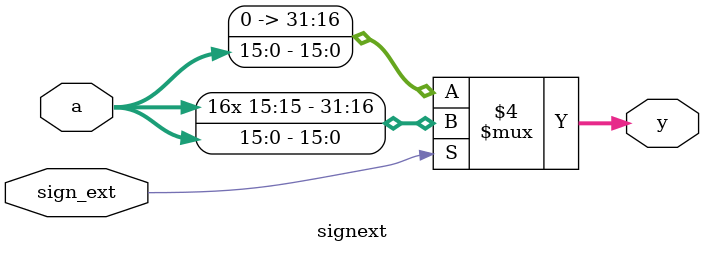
<source format=v>
`timescale 1ns / 1ps


module signext(
	input wire sign_ext,
	input wire[15:0] a,
	output reg[31:0] y
    );

	// assign y = {{16{a[15]}},a};

	always @(*) begin
		if(sign_ext == 1'b0)  y = { {16{1'b0}} ,a[15:0]};  // 立即数，imm为0扩展至32
		else y = {{16{a[15]}},a};
	end
endmodule

</source>
